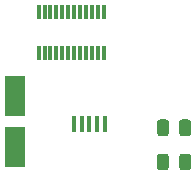
<source format=gbr>
G04 #@! TF.GenerationSoftware,KiCad,Pcbnew,(5.0.0-rc3)*
G04 #@! TF.CreationDate,2018-08-22T20:47:19+02:00*
G04 #@! TF.ProjectId,Adapter,416461707465722E6B696361645F7063,rev?*
G04 #@! TF.SameCoordinates,Original*
G04 #@! TF.FileFunction,Paste,Top*
G04 #@! TF.FilePolarity,Positive*
%FSLAX46Y46*%
G04 Gerber Fmt 4.6, Leading zero omitted, Abs format (unit mm)*
G04 Created by KiCad (PCBNEW (5.0.0-rc3)) date Wed Aug 22 20:47:19 2018*
%MOMM*%
%LPD*%
G01*
G04 APERTURE LIST*
%ADD10R,1.800000X3.400000*%
%ADD11C,0.100000*%
%ADD12C,0.975000*%
%ADD13R,0.300000X1.300000*%
%ADD14R,0.400000X1.350000*%
G04 APERTURE END LIST*
D10*
G04 #@! TO.C,GND*
X17740574Y-30782257D03*
G04 #@! TD*
G04 #@! TO.C,5V*
X17740574Y-26432257D03*
G04 #@! TD*
D11*
G04 #@! TO.C,2k*
G36*
X30508217Y-28458430D02*
X30531878Y-28461940D01*
X30555082Y-28467752D01*
X30577604Y-28475810D01*
X30599228Y-28486038D01*
X30619745Y-28498335D01*
X30638958Y-28512585D01*
X30656682Y-28528649D01*
X30672746Y-28546373D01*
X30686996Y-28565586D01*
X30699293Y-28586103D01*
X30709521Y-28607727D01*
X30717579Y-28630249D01*
X30723391Y-28653453D01*
X30726901Y-28677114D01*
X30728075Y-28701006D01*
X30728075Y-29613506D01*
X30726901Y-29637398D01*
X30723391Y-29661059D01*
X30717579Y-29684263D01*
X30709521Y-29706785D01*
X30699293Y-29728409D01*
X30686996Y-29748926D01*
X30672746Y-29768139D01*
X30656682Y-29785863D01*
X30638958Y-29801927D01*
X30619745Y-29816177D01*
X30599228Y-29828474D01*
X30577604Y-29838702D01*
X30555082Y-29846760D01*
X30531878Y-29852572D01*
X30508217Y-29856082D01*
X30484325Y-29857256D01*
X29996825Y-29857256D01*
X29972933Y-29856082D01*
X29949272Y-29852572D01*
X29926068Y-29846760D01*
X29903546Y-29838702D01*
X29881922Y-29828474D01*
X29861405Y-29816177D01*
X29842192Y-29801927D01*
X29824468Y-29785863D01*
X29808404Y-29768139D01*
X29794154Y-29748926D01*
X29781857Y-29728409D01*
X29771629Y-29706785D01*
X29763571Y-29684263D01*
X29757759Y-29661059D01*
X29754249Y-29637398D01*
X29753075Y-29613506D01*
X29753075Y-28701006D01*
X29754249Y-28677114D01*
X29757759Y-28653453D01*
X29763571Y-28630249D01*
X29771629Y-28607727D01*
X29781857Y-28586103D01*
X29794154Y-28565586D01*
X29808404Y-28546373D01*
X29824468Y-28528649D01*
X29842192Y-28512585D01*
X29861405Y-28498335D01*
X29881922Y-28486038D01*
X29903546Y-28475810D01*
X29926068Y-28467752D01*
X29949272Y-28461940D01*
X29972933Y-28458430D01*
X29996825Y-28457256D01*
X30484325Y-28457256D01*
X30508217Y-28458430D01*
X30508217Y-28458430D01*
G37*
D12*
X30240575Y-29157256D03*
D11*
G36*
X32383217Y-28458430D02*
X32406878Y-28461940D01*
X32430082Y-28467752D01*
X32452604Y-28475810D01*
X32474228Y-28486038D01*
X32494745Y-28498335D01*
X32513958Y-28512585D01*
X32531682Y-28528649D01*
X32547746Y-28546373D01*
X32561996Y-28565586D01*
X32574293Y-28586103D01*
X32584521Y-28607727D01*
X32592579Y-28630249D01*
X32598391Y-28653453D01*
X32601901Y-28677114D01*
X32603075Y-28701006D01*
X32603075Y-29613506D01*
X32601901Y-29637398D01*
X32598391Y-29661059D01*
X32592579Y-29684263D01*
X32584521Y-29706785D01*
X32574293Y-29728409D01*
X32561996Y-29748926D01*
X32547746Y-29768139D01*
X32531682Y-29785863D01*
X32513958Y-29801927D01*
X32494745Y-29816177D01*
X32474228Y-29828474D01*
X32452604Y-29838702D01*
X32430082Y-29846760D01*
X32406878Y-29852572D01*
X32383217Y-29856082D01*
X32359325Y-29857256D01*
X31871825Y-29857256D01*
X31847933Y-29856082D01*
X31824272Y-29852572D01*
X31801068Y-29846760D01*
X31778546Y-29838702D01*
X31756922Y-29828474D01*
X31736405Y-29816177D01*
X31717192Y-29801927D01*
X31699468Y-29785863D01*
X31683404Y-29768139D01*
X31669154Y-29748926D01*
X31656857Y-29728409D01*
X31646629Y-29706785D01*
X31638571Y-29684263D01*
X31632759Y-29661059D01*
X31629249Y-29637398D01*
X31628075Y-29613506D01*
X31628075Y-28701006D01*
X31629249Y-28677114D01*
X31632759Y-28653453D01*
X31638571Y-28630249D01*
X31646629Y-28607727D01*
X31656857Y-28586103D01*
X31669154Y-28565586D01*
X31683404Y-28546373D01*
X31699468Y-28528649D01*
X31717192Y-28512585D01*
X31736405Y-28498335D01*
X31756922Y-28486038D01*
X31778546Y-28475810D01*
X31801068Y-28467752D01*
X31824272Y-28461940D01*
X31847933Y-28458430D01*
X31871825Y-28457256D01*
X32359325Y-28457256D01*
X32383217Y-28458430D01*
X32383217Y-28458430D01*
G37*
D12*
X32115575Y-29157256D03*
G04 #@! TD*
D11*
G04 #@! TO.C,1k*
G36*
X30508217Y-31358430D02*
X30531878Y-31361940D01*
X30555082Y-31367752D01*
X30577604Y-31375810D01*
X30599228Y-31386038D01*
X30619745Y-31398335D01*
X30638958Y-31412585D01*
X30656682Y-31428649D01*
X30672746Y-31446373D01*
X30686996Y-31465586D01*
X30699293Y-31486103D01*
X30709521Y-31507727D01*
X30717579Y-31530249D01*
X30723391Y-31553453D01*
X30726901Y-31577114D01*
X30728075Y-31601006D01*
X30728075Y-32513506D01*
X30726901Y-32537398D01*
X30723391Y-32561059D01*
X30717579Y-32584263D01*
X30709521Y-32606785D01*
X30699293Y-32628409D01*
X30686996Y-32648926D01*
X30672746Y-32668139D01*
X30656682Y-32685863D01*
X30638958Y-32701927D01*
X30619745Y-32716177D01*
X30599228Y-32728474D01*
X30577604Y-32738702D01*
X30555082Y-32746760D01*
X30531878Y-32752572D01*
X30508217Y-32756082D01*
X30484325Y-32757256D01*
X29996825Y-32757256D01*
X29972933Y-32756082D01*
X29949272Y-32752572D01*
X29926068Y-32746760D01*
X29903546Y-32738702D01*
X29881922Y-32728474D01*
X29861405Y-32716177D01*
X29842192Y-32701927D01*
X29824468Y-32685863D01*
X29808404Y-32668139D01*
X29794154Y-32648926D01*
X29781857Y-32628409D01*
X29771629Y-32606785D01*
X29763571Y-32584263D01*
X29757759Y-32561059D01*
X29754249Y-32537398D01*
X29753075Y-32513506D01*
X29753075Y-31601006D01*
X29754249Y-31577114D01*
X29757759Y-31553453D01*
X29763571Y-31530249D01*
X29771629Y-31507727D01*
X29781857Y-31486103D01*
X29794154Y-31465586D01*
X29808404Y-31446373D01*
X29824468Y-31428649D01*
X29842192Y-31412585D01*
X29861405Y-31398335D01*
X29881922Y-31386038D01*
X29903546Y-31375810D01*
X29926068Y-31367752D01*
X29949272Y-31361940D01*
X29972933Y-31358430D01*
X29996825Y-31357256D01*
X30484325Y-31357256D01*
X30508217Y-31358430D01*
X30508217Y-31358430D01*
G37*
D12*
X30240575Y-32057256D03*
D11*
G36*
X32383217Y-31358430D02*
X32406878Y-31361940D01*
X32430082Y-31367752D01*
X32452604Y-31375810D01*
X32474228Y-31386038D01*
X32494745Y-31398335D01*
X32513958Y-31412585D01*
X32531682Y-31428649D01*
X32547746Y-31446373D01*
X32561996Y-31465586D01*
X32574293Y-31486103D01*
X32584521Y-31507727D01*
X32592579Y-31530249D01*
X32598391Y-31553453D01*
X32601901Y-31577114D01*
X32603075Y-31601006D01*
X32603075Y-32513506D01*
X32601901Y-32537398D01*
X32598391Y-32561059D01*
X32592579Y-32584263D01*
X32584521Y-32606785D01*
X32574293Y-32628409D01*
X32561996Y-32648926D01*
X32547746Y-32668139D01*
X32531682Y-32685863D01*
X32513958Y-32701927D01*
X32494745Y-32716177D01*
X32474228Y-32728474D01*
X32452604Y-32738702D01*
X32430082Y-32746760D01*
X32406878Y-32752572D01*
X32383217Y-32756082D01*
X32359325Y-32757256D01*
X31871825Y-32757256D01*
X31847933Y-32756082D01*
X31824272Y-32752572D01*
X31801068Y-32746760D01*
X31778546Y-32738702D01*
X31756922Y-32728474D01*
X31736405Y-32716177D01*
X31717192Y-32701927D01*
X31699468Y-32685863D01*
X31683404Y-32668139D01*
X31669154Y-32648926D01*
X31656857Y-32628409D01*
X31646629Y-32606785D01*
X31638571Y-32584263D01*
X31632759Y-32561059D01*
X31629249Y-32537398D01*
X31628075Y-32513506D01*
X31628075Y-31601006D01*
X31629249Y-31577114D01*
X31632759Y-31553453D01*
X31638571Y-31530249D01*
X31646629Y-31507727D01*
X31656857Y-31486103D01*
X31669154Y-31465586D01*
X31683404Y-31446373D01*
X31699468Y-31428649D01*
X31717192Y-31412585D01*
X31736405Y-31398335D01*
X31756922Y-31386038D01*
X31778546Y-31375810D01*
X31801068Y-31367752D01*
X31824272Y-31361940D01*
X31847933Y-31358430D01*
X31871825Y-31357256D01*
X32359325Y-31357256D01*
X32383217Y-31358430D01*
X32383217Y-31358430D01*
G37*
D12*
X32115575Y-32057256D03*
G04 #@! TD*
D13*
G04 #@! TO.C,J3*
X19715575Y-19357256D03*
X19715575Y-22857256D03*
X20215575Y-19357256D03*
X20215575Y-22857256D03*
X20715575Y-19357256D03*
X20715575Y-22857256D03*
X21215575Y-19357256D03*
X21215575Y-22857256D03*
X21715575Y-19357256D03*
X21715575Y-22857256D03*
X22215575Y-19357256D03*
X22215575Y-22857256D03*
X22715575Y-19357256D03*
X22715575Y-22857256D03*
X23215575Y-19357256D03*
X23215575Y-22857256D03*
X23715575Y-19357256D03*
X23715575Y-22857256D03*
X24215575Y-19357256D03*
X24215575Y-22857256D03*
X24715575Y-19357256D03*
X24715575Y-22857256D03*
X25215575Y-19357256D03*
X25215575Y-22857256D03*
G04 #@! TD*
D14*
G04 #@! TO.C,J1*
X24015575Y-28857256D03*
X24665575Y-28857256D03*
X25315575Y-28857256D03*
X23365575Y-28857256D03*
X22715575Y-28857256D03*
G04 #@! TD*
M02*

</source>
